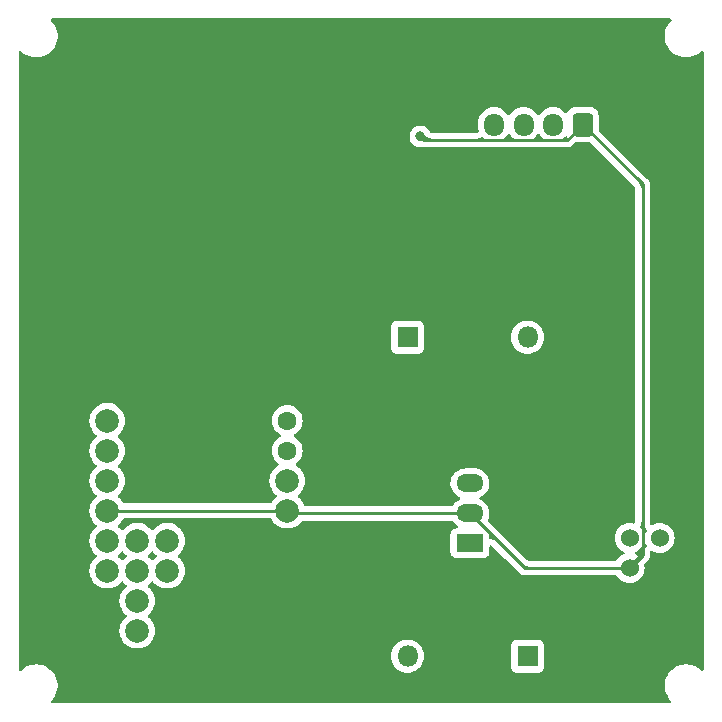
<source format=gbr>
G04 #@! TF.GenerationSoftware,KiCad,Pcbnew,7.0.7*
G04 #@! TF.CreationDate,2023-10-31T18:13:57+09:00*
G04 #@! TF.ProjectId,PCB_OnlyServo,5043425f-4f6e-46c7-9953-6572766f2e6b,rev?*
G04 #@! TF.SameCoordinates,Original*
G04 #@! TF.FileFunction,Copper,L2,Bot*
G04 #@! TF.FilePolarity,Positive*
%FSLAX46Y46*%
G04 Gerber Fmt 4.6, Leading zero omitted, Abs format (unit mm)*
G04 Created by KiCad (PCBNEW 7.0.7) date 2023-10-31 18:13:57*
%MOMM*%
%LPD*%
G01*
G04 APERTURE LIST*
G04 Aperture macros list*
%AMRoundRect*
0 Rectangle with rounded corners*
0 $1 Rounding radius*
0 $2 $3 $4 $5 $6 $7 $8 $9 X,Y pos of 4 corners*
0 Add a 4 corners polygon primitive as box body*
4,1,4,$2,$3,$4,$5,$6,$7,$8,$9,$2,$3,0*
0 Add four circle primitives for the rounded corners*
1,1,$1+$1,$2,$3*
1,1,$1+$1,$4,$5*
1,1,$1+$1,$6,$7*
1,1,$1+$1,$8,$9*
0 Add four rect primitives between the rounded corners*
20,1,$1+$1,$2,$3,$4,$5,0*
20,1,$1+$1,$4,$5,$6,$7,0*
20,1,$1+$1,$6,$7,$8,$9,0*
20,1,$1+$1,$8,$9,$2,$3,0*%
G04 Aperture macros list end*
G04 #@! TA.AperFunction,ComponentPad*
%ADD10R,2.300000X1.500000*%
G04 #@! TD*
G04 #@! TA.AperFunction,ComponentPad*
%ADD11O,2.300000X1.500000*%
G04 #@! TD*
G04 #@! TA.AperFunction,ComponentPad*
%ADD12C,1.524000*%
G04 #@! TD*
G04 #@! TA.AperFunction,ComponentPad*
%ADD13C,2.000000*%
G04 #@! TD*
G04 #@! TA.AperFunction,ComponentPad*
%ADD14C,1.600000*%
G04 #@! TD*
G04 #@! TA.AperFunction,ComponentPad*
%ADD15RoundRect,0.250000X0.600000X0.725000X-0.600000X0.725000X-0.600000X-0.725000X0.600000X-0.725000X0*%
G04 #@! TD*
G04 #@! TA.AperFunction,ComponentPad*
%ADD16O,1.700000X1.950000*%
G04 #@! TD*
G04 #@! TA.AperFunction,ComponentPad*
%ADD17R,1.800000X1.800000*%
G04 #@! TD*
G04 #@! TA.AperFunction,ComponentPad*
%ADD18O,1.800000X1.800000*%
G04 #@! TD*
G04 #@! TA.AperFunction,ViaPad*
%ADD19C,0.800000*%
G04 #@! TD*
G04 #@! TA.AperFunction,Conductor*
%ADD20C,0.250000*%
G04 #@! TD*
G04 APERTURE END LIST*
D10*
X149207500Y-95447000D03*
D11*
X149207500Y-92907000D03*
X149207500Y-90367000D03*
D12*
X165270000Y-95000000D03*
X162730000Y-95000000D03*
X162730000Y-97540000D03*
D13*
X118500000Y-85070000D03*
X118500000Y-87610000D03*
X118500000Y-90150000D03*
X118500000Y-92690000D03*
X133740000Y-92690000D03*
X133740000Y-90150000D03*
D14*
X133740000Y-87610000D03*
X133740000Y-85070000D03*
D13*
X118500000Y-95230000D03*
X121040000Y-95230000D03*
X123580000Y-95230000D03*
X118500000Y-97770000D03*
X121040000Y-97770000D03*
X123580000Y-97770000D03*
X121040000Y-100310000D03*
X121040000Y-102850000D03*
D15*
X158750000Y-60000000D03*
D16*
X156250000Y-60000000D03*
X153750000Y-60000000D03*
X151250000Y-60000000D03*
D17*
X143920000Y-78000000D03*
D18*
X154080000Y-78000000D03*
D17*
X154080000Y-105000000D03*
D18*
X143920000Y-105000000D03*
D19*
X145000000Y-61000000D03*
D20*
X133957000Y-92907000D02*
X133740000Y-92690000D01*
X163817000Y-96453000D02*
X162730000Y-97540000D01*
X162730000Y-97540000D02*
X153840500Y-97540000D01*
X145300000Y-61300000D02*
X145000000Y-61000000D01*
X153840500Y-97540000D02*
X149207500Y-92907000D01*
X133740000Y-92690000D02*
X118500000Y-92690000D01*
X149207500Y-92907000D02*
X133957000Y-92907000D01*
X163817000Y-65067000D02*
X163817000Y-96453000D01*
X158750000Y-60000000D02*
X163817000Y-65067000D01*
X157450000Y-61300000D02*
X145300000Y-61300000D01*
X158750000Y-60000000D02*
X157450000Y-61300000D01*
G04 #@! TA.AperFunction,Conductor*
G36*
X153757041Y-97282625D02*
G01*
X153770140Y-97290879D01*
X153810617Y-97320067D01*
X153941494Y-97379838D01*
X153984266Y-97392397D01*
X154008528Y-97399522D01*
X154008533Y-97399523D01*
X154008537Y-97399524D01*
X154104090Y-97413262D01*
X154167645Y-97442287D01*
X154205420Y-97501065D01*
X154205420Y-97570934D01*
X154167646Y-97629713D01*
X154104090Y-97658738D01*
X154086443Y-97660000D01*
X153866974Y-97660000D01*
X153865275Y-97660040D01*
X153855076Y-97660280D01*
X153848668Y-97660581D01*
X153780779Y-97644064D01*
X153757968Y-97627111D01*
X153726097Y-97597184D01*
X153722353Y-97593351D01*
X153706964Y-97576169D01*
X153609933Y-97479138D01*
X153576448Y-97417815D01*
X153581432Y-97348123D01*
X153623304Y-97292190D01*
X153688768Y-97267773D01*
X153757041Y-97282625D01*
G37*
G04 #@! TD.AperFunction*
G04 #@! TA.AperFunction,Conductor*
G36*
X164067865Y-95453435D02*
G01*
X164112382Y-95504811D01*
X164159971Y-95606867D01*
X164170463Y-95675944D01*
X164141943Y-95739728D01*
X164134113Y-95747622D01*
X164134291Y-95747800D01*
X164131160Y-95750930D01*
X164036933Y-95859673D01*
X164036930Y-95859677D01*
X163977164Y-95990543D01*
X163957478Y-96057584D01*
X163957476Y-96057589D01*
X163937000Y-96200010D01*
X163937000Y-96426524D01*
X163937280Y-96438424D01*
X163937581Y-96444830D01*
X163921065Y-96512719D01*
X163904110Y-96535533D01*
X163874194Y-96567390D01*
X163870364Y-96571131D01*
X163853191Y-96586513D01*
X163853189Y-96586514D01*
X163853184Y-96586520D01*
X163782441Y-96657263D01*
X163640952Y-96798751D01*
X163640949Y-96798754D01*
X163566745Y-96893111D01*
X163536314Y-96943037D01*
X163486458Y-97052210D01*
X163475869Y-97115169D01*
X163445338Y-97178015D01*
X163441268Y-97182283D01*
X163252949Y-97370602D01*
X163191626Y-97404087D01*
X163121934Y-97399103D01*
X163066001Y-97357231D01*
X163061460Y-97350743D01*
X163014189Y-97278391D01*
X163014187Y-97278388D01*
X162995629Y-97263944D01*
X162913843Y-97200287D01*
X162913840Y-97200285D01*
X162913488Y-97200012D01*
X162872675Y-97143301D01*
X162869000Y-97073529D01*
X162901969Y-97014477D01*
X163428187Y-96488258D01*
X163363409Y-96442900D01*
X163363407Y-96442899D01*
X163234219Y-96382658D01*
X163181779Y-96336486D01*
X163162627Y-96269293D01*
X163182843Y-96202411D01*
X163234219Y-96157894D01*
X163363662Y-96097534D01*
X163544620Y-95970826D01*
X163700826Y-95814620D01*
X163827534Y-95633662D01*
X163887617Y-95504811D01*
X163933790Y-95452371D01*
X164000983Y-95433219D01*
X164067865Y-95453435D01*
G37*
G04 #@! TD.AperFunction*
G04 #@! TA.AperFunction,Conductor*
G36*
X151063202Y-94593442D02*
G01*
X151069680Y-94599474D01*
X151534853Y-95064647D01*
X151568338Y-95125970D01*
X151563354Y-95195662D01*
X151521482Y-95251595D01*
X151456018Y-95276012D01*
X151387745Y-95261160D01*
X151380133Y-95256644D01*
X151273194Y-95187919D01*
X151273186Y-95187915D01*
X151273182Y-95187913D01*
X151209638Y-95158894D01*
X151209635Y-95158893D01*
X151178009Y-95149607D01*
X151071585Y-95118358D01*
X150981999Y-95118358D01*
X150914960Y-95098673D01*
X150869205Y-95045869D01*
X150857999Y-94994358D01*
X150857999Y-94687155D01*
X150877684Y-94620116D01*
X150930488Y-94574361D01*
X150999646Y-94564417D01*
X151063202Y-94593442D01*
G37*
G04 #@! TD.AperFunction*
G04 #@! TA.AperFunction,Conductor*
G36*
X163906713Y-93638327D02*
G01*
X163935738Y-93701882D01*
X163937000Y-93719530D01*
X163937000Y-93799992D01*
X163937000Y-93799995D01*
X163936999Y-93799995D01*
X163950774Y-93917188D01*
X163950776Y-93917200D01*
X163964107Y-93973131D01*
X163989168Y-94041573D01*
X164004687Y-94083958D01*
X164087205Y-94201824D01*
X164087211Y-94201831D01*
X164087214Y-94201834D01*
X164137985Y-94255942D01*
X164169503Y-94318299D01*
X164162305Y-94387797D01*
X164159942Y-94393194D01*
X164112382Y-94495188D01*
X164066210Y-94547628D01*
X163999017Y-94566780D01*
X163932136Y-94546565D01*
X163887618Y-94495189D01*
X163868723Y-94454669D01*
X163827534Y-94366339D01*
X163700826Y-94185380D01*
X163700824Y-94185377D01*
X163630901Y-94115454D01*
X163597416Y-94054131D01*
X163602400Y-93984439D01*
X163605782Y-93976272D01*
X163656838Y-93864480D01*
X163676523Y-93797441D01*
X163676524Y-93797437D01*
X163690263Y-93701882D01*
X163719287Y-93638328D01*
X163778065Y-93600553D01*
X163847934Y-93600553D01*
X163906713Y-93638327D01*
G37*
G04 #@! TD.AperFunction*
G04 #@! TA.AperFunction,Conductor*
G36*
X163714575Y-64796654D02*
G01*
X163727945Y-64808240D01*
X163883156Y-64963451D01*
X163891791Y-64971687D01*
X163896466Y-64975940D01*
X163932805Y-65035616D01*
X163936956Y-65063768D01*
X163938328Y-65107470D01*
X163938265Y-65112819D01*
X163937000Y-65135840D01*
X163937000Y-65273068D01*
X163917315Y-65340107D01*
X163864511Y-65385862D01*
X163795353Y-65395806D01*
X163731797Y-65366781D01*
X163694023Y-65308003D01*
X163690597Y-65292903D01*
X163682614Y-65243645D01*
X163682614Y-65243642D01*
X163642404Y-65135837D01*
X163632332Y-65108833D01*
X163598847Y-65047510D01*
X163594924Y-65042270D01*
X163540997Y-64970231D01*
X163516580Y-64904767D01*
X163531432Y-64836494D01*
X163580837Y-64787089D01*
X163649110Y-64772237D01*
X163714575Y-64796654D01*
G37*
G04 #@! TD.AperFunction*
G04 #@! TA.AperFunction,Conductor*
G36*
X157399978Y-60987431D02*
G01*
X157455912Y-61029302D01*
X157462183Y-61038516D01*
X157557680Y-61193340D01*
X157562161Y-61199007D01*
X157560132Y-61200610D01*
X157587824Y-61251323D01*
X157582840Y-61321015D01*
X157554363Y-61365338D01*
X157553573Y-61366128D01*
X157545345Y-61374753D01*
X157541045Y-61379478D01*
X157481365Y-61415810D01*
X157453229Y-61419957D01*
X157409533Y-61421329D01*
X157404183Y-61421266D01*
X157385285Y-61420227D01*
X157381152Y-61420000D01*
X157381148Y-61420000D01*
X157148352Y-61420000D01*
X157081313Y-61400315D01*
X157035558Y-61347511D01*
X157025614Y-61278353D01*
X157054639Y-61214797D01*
X157077229Y-61194425D01*
X157108065Y-61172833D01*
X157121401Y-61163495D01*
X157268965Y-61015930D01*
X157330287Y-60982447D01*
X157399978Y-60987431D01*
G37*
G04 #@! TD.AperFunction*
G04 #@! TA.AperFunction,Conductor*
G36*
X145054264Y-60607709D02*
G01*
X145109988Y-60619553D01*
X145134642Y-60627564D01*
X145143467Y-60631493D01*
X145186677Y-60650731D01*
X145209120Y-60663688D01*
X145244434Y-60689345D01*
X145255222Y-60697183D01*
X145274486Y-60714529D01*
X145312602Y-60756861D01*
X145327839Y-60777833D01*
X145378306Y-60865245D01*
X145378309Y-60865249D01*
X145450241Y-60961338D01*
X145459881Y-60971448D01*
X145490589Y-61003653D01*
X145583133Y-61080065D01*
X145583136Y-61080067D01*
X145714013Y-61139838D01*
X145756785Y-61152397D01*
X145781047Y-61159522D01*
X145781052Y-61159523D01*
X145781056Y-61159524D01*
X145876609Y-61173262D01*
X145940164Y-61202287D01*
X145977939Y-61261065D01*
X145977939Y-61330934D01*
X145940165Y-61389713D01*
X145876609Y-61418738D01*
X145858962Y-61420000D01*
X145326474Y-61420000D01*
X145314582Y-61420280D01*
X145310188Y-61420486D01*
X145284988Y-61419101D01*
X145237165Y-61411536D01*
X145235330Y-61410666D01*
X145198747Y-61405458D01*
X145197477Y-61405257D01*
X145193462Y-61404533D01*
X145126706Y-61389897D01*
X145124569Y-61391164D01*
X145093965Y-61395000D01*
X144971516Y-61395000D01*
X144945736Y-61392290D01*
X144923984Y-61387666D01*
X144890010Y-61380445D01*
X144865356Y-61372434D01*
X144813325Y-61349268D01*
X144790878Y-61336308D01*
X144744777Y-61302815D01*
X144725514Y-61285472D01*
X144687397Y-61243139D01*
X144672162Y-61222169D01*
X144659715Y-61200610D01*
X144643676Y-61172829D01*
X144633136Y-61149155D01*
X144615530Y-61094972D01*
X144610141Y-61069617D01*
X144609987Y-61068152D01*
X144604186Y-61012956D01*
X144604186Y-60987037D01*
X144604465Y-60984385D01*
X144610141Y-60930374D01*
X144615528Y-60905032D01*
X144633135Y-60850841D01*
X144643672Y-60827176D01*
X144672165Y-60777824D01*
X144687392Y-60756866D01*
X144725519Y-60714521D01*
X144744771Y-60697185D01*
X144790877Y-60663687D01*
X144813312Y-60650736D01*
X144865357Y-60627563D01*
X144889999Y-60619556D01*
X144945743Y-60607708D01*
X144971514Y-60605000D01*
X145028484Y-60605000D01*
X145054264Y-60607709D01*
G37*
G04 #@! TD.AperFunction*
G04 #@! TA.AperFunction,Conductor*
G36*
X150296975Y-61085041D02*
G01*
X150315155Y-61100051D01*
X150378599Y-61163495D01*
X150396779Y-61176225D01*
X150422771Y-61194425D01*
X150466396Y-61249002D01*
X150473589Y-61318500D01*
X150442067Y-61380855D01*
X150381837Y-61416269D01*
X150351648Y-61420000D01*
X149941795Y-61420000D01*
X149874756Y-61400315D01*
X149829001Y-61347511D01*
X149819057Y-61278353D01*
X149848082Y-61214797D01*
X149906860Y-61177023D01*
X149909702Y-61176225D01*
X149912227Y-61175548D01*
X149912230Y-61175548D01*
X150051208Y-61138309D01*
X150115436Y-61110805D01*
X150162938Y-61081851D01*
X150230423Y-61063767D01*
X150296975Y-61085041D01*
G37*
G04 #@! TD.AperFunction*
G04 #@! TA.AperFunction,Conductor*
G36*
X152584855Y-60820106D02*
G01*
X152601571Y-60839398D01*
X152656203Y-60917421D01*
X152711506Y-60996403D01*
X152795169Y-61080065D01*
X152878599Y-61163495D01*
X152896779Y-61176225D01*
X152922771Y-61194425D01*
X152966396Y-61249002D01*
X152973589Y-61318500D01*
X152942067Y-61380855D01*
X152881837Y-61416269D01*
X152851648Y-61420000D01*
X152148352Y-61420000D01*
X152081313Y-61400315D01*
X152035558Y-61347511D01*
X152025614Y-61278353D01*
X152054639Y-61214797D01*
X152077229Y-61194425D01*
X152108065Y-61172833D01*
X152121401Y-61163495D01*
X152288495Y-60996401D01*
X152398426Y-60839401D01*
X152453001Y-60795778D01*
X152522500Y-60788584D01*
X152584855Y-60820106D01*
G37*
G04 #@! TD.AperFunction*
G04 #@! TA.AperFunction,Conductor*
G36*
X155084855Y-60820106D02*
G01*
X155101571Y-60839398D01*
X155156203Y-60917421D01*
X155211506Y-60996403D01*
X155295169Y-61080065D01*
X155378599Y-61163495D01*
X155396779Y-61176225D01*
X155422771Y-61194425D01*
X155466396Y-61249002D01*
X155473589Y-61318500D01*
X155442067Y-61380855D01*
X155381837Y-61416269D01*
X155351648Y-61420000D01*
X154648352Y-61420000D01*
X154581313Y-61400315D01*
X154535558Y-61347511D01*
X154525614Y-61278353D01*
X154554639Y-61214797D01*
X154577229Y-61194425D01*
X154608065Y-61172833D01*
X154621401Y-61163495D01*
X154788495Y-60996401D01*
X154898426Y-60839401D01*
X154953001Y-60795778D01*
X155022500Y-60788584D01*
X155084855Y-60820106D01*
G37*
G04 #@! TD.AperFunction*
G04 #@! TA.AperFunction,NonConductor*
G36*
X166218454Y-51019685D02*
G01*
X166264209Y-51072489D01*
X166274153Y-51141647D01*
X166245128Y-51205203D01*
X166242314Y-51208341D01*
X166088365Y-51374258D01*
X165936345Y-51597231D01*
X165936344Y-51597232D01*
X165819263Y-51840355D01*
X165739720Y-52098226D01*
X165739718Y-52098232D01*
X165699500Y-52365063D01*
X165699500Y-52634936D01*
X165739718Y-52901767D01*
X165739720Y-52901773D01*
X165819262Y-53159641D01*
X165936346Y-53402769D01*
X166088365Y-53625741D01*
X166271910Y-53823557D01*
X166271914Y-53823560D01*
X166271915Y-53823561D01*
X166482898Y-53991815D01*
X166716602Y-54126743D01*
X166967805Y-54225334D01*
X167230897Y-54285383D01*
X167259715Y-54287542D01*
X167432618Y-54300500D01*
X167432624Y-54300500D01*
X167567382Y-54300500D01*
X167718671Y-54289162D01*
X167769103Y-54285383D01*
X168032195Y-54225334D01*
X168283398Y-54126743D01*
X168517102Y-53991815D01*
X168728085Y-53823561D01*
X168785101Y-53762111D01*
X168845129Y-53726357D01*
X168914958Y-53728732D01*
X168972419Y-53768482D01*
X168999267Y-53832987D01*
X169000000Y-53846453D01*
X169000000Y-106153546D01*
X168980315Y-106220585D01*
X168927511Y-106266340D01*
X168858353Y-106276284D01*
X168794797Y-106247259D01*
X168785102Y-106237887D01*
X168728094Y-106176447D01*
X168728091Y-106176444D01*
X168728085Y-106176439D01*
X168517102Y-106008185D01*
X168283398Y-105873257D01*
X168283396Y-105873256D01*
X168032195Y-105774666D01*
X168032188Y-105774664D01*
X167769101Y-105714616D01*
X167567382Y-105699500D01*
X167567376Y-105699500D01*
X167432624Y-105699500D01*
X167432618Y-105699500D01*
X167230898Y-105714616D01*
X166967811Y-105774664D01*
X166967804Y-105774666D01*
X166716603Y-105873256D01*
X166716599Y-105873258D01*
X166482898Y-106008185D01*
X166271910Y-106176442D01*
X166088365Y-106374258D01*
X165936345Y-106597231D01*
X165936344Y-106597232D01*
X165819263Y-106840355D01*
X165739720Y-107098226D01*
X165739718Y-107098232D01*
X165699500Y-107365063D01*
X165699500Y-107634936D01*
X165739718Y-107901767D01*
X165739720Y-107901773D01*
X165819262Y-108159641D01*
X165936346Y-108402769D01*
X166088365Y-108625741D01*
X166242314Y-108791659D01*
X166273482Y-108854191D01*
X166265895Y-108923648D01*
X166221961Y-108977976D01*
X166155630Y-108999928D01*
X166151415Y-109000000D01*
X113848585Y-109000000D01*
X113781546Y-108980315D01*
X113735791Y-108927511D01*
X113725847Y-108858353D01*
X113754872Y-108794797D01*
X113757686Y-108791659D01*
X113792458Y-108754182D01*
X113911635Y-108625741D01*
X114063651Y-108402775D01*
X114180738Y-108159641D01*
X114260280Y-107901772D01*
X114300500Y-107634929D01*
X114300500Y-107365071D01*
X114260280Y-107098228D01*
X114180738Y-106840359D01*
X114063651Y-106597226D01*
X113911635Y-106374259D01*
X113900536Y-106362297D01*
X113728089Y-106176442D01*
X113685311Y-106142328D01*
X113517102Y-106008185D01*
X113283398Y-105873257D01*
X113283396Y-105873256D01*
X113032195Y-105774666D01*
X113032188Y-105774664D01*
X112769101Y-105714616D01*
X112567382Y-105699500D01*
X112567376Y-105699500D01*
X112432624Y-105699500D01*
X112432618Y-105699500D01*
X112230898Y-105714616D01*
X111967811Y-105774664D01*
X111967804Y-105774666D01*
X111716603Y-105873256D01*
X111716599Y-105873258D01*
X111482898Y-106008185D01*
X111271908Y-106176444D01*
X111271905Y-106176447D01*
X111214898Y-106237887D01*
X111154870Y-106273642D01*
X111085041Y-106271267D01*
X111027581Y-106231516D01*
X111000733Y-106167011D01*
X111000000Y-106153546D01*
X111000000Y-105000006D01*
X142514700Y-105000006D01*
X142533864Y-105231297D01*
X142533866Y-105231308D01*
X142590842Y-105456300D01*
X142684075Y-105668848D01*
X142811016Y-105863147D01*
X142811019Y-105863151D01*
X142811021Y-105863153D01*
X142968216Y-106033913D01*
X142968219Y-106033915D01*
X142968222Y-106033918D01*
X143151365Y-106176464D01*
X143151371Y-106176468D01*
X143151374Y-106176470D01*
X143355497Y-106286936D01*
X143469487Y-106326068D01*
X143575015Y-106362297D01*
X143575017Y-106362297D01*
X143575019Y-106362298D01*
X143803951Y-106400500D01*
X143803952Y-106400500D01*
X144036048Y-106400500D01*
X144036049Y-106400500D01*
X144264981Y-106362298D01*
X144484503Y-106286936D01*
X144688626Y-106176470D01*
X144688660Y-106176444D01*
X144750129Y-106128600D01*
X144871784Y-106033913D01*
X144950992Y-105947870D01*
X152679500Y-105947870D01*
X152679501Y-105947876D01*
X152685908Y-106007483D01*
X152736202Y-106142328D01*
X152736206Y-106142335D01*
X152822452Y-106257544D01*
X152822455Y-106257547D01*
X152937664Y-106343793D01*
X152937671Y-106343797D01*
X153072517Y-106394091D01*
X153072516Y-106394091D01*
X153079444Y-106394835D01*
X153132127Y-106400500D01*
X155027872Y-106400499D01*
X155087483Y-106394091D01*
X155222331Y-106343796D01*
X155337546Y-106257546D01*
X155423796Y-106142331D01*
X155474091Y-106007483D01*
X155480500Y-105947873D01*
X155480499Y-104052128D01*
X155474091Y-103992517D01*
X155464233Y-103966087D01*
X155423797Y-103857671D01*
X155423793Y-103857664D01*
X155337547Y-103742455D01*
X155337544Y-103742452D01*
X155222335Y-103656206D01*
X155222328Y-103656202D01*
X155087482Y-103605908D01*
X155087483Y-103605908D01*
X155027883Y-103599501D01*
X155027881Y-103599500D01*
X155027873Y-103599500D01*
X155027864Y-103599500D01*
X153132129Y-103599500D01*
X153132123Y-103599501D01*
X153072516Y-103605908D01*
X152937671Y-103656202D01*
X152937664Y-103656206D01*
X152822455Y-103742452D01*
X152822452Y-103742455D01*
X152736206Y-103857664D01*
X152736202Y-103857671D01*
X152685908Y-103992517D01*
X152679501Y-104052116D01*
X152679501Y-104052123D01*
X152679500Y-104052135D01*
X152679500Y-105947870D01*
X144950992Y-105947870D01*
X145028979Y-105863153D01*
X145155924Y-105668849D01*
X145249157Y-105456300D01*
X145306134Y-105231305D01*
X145325300Y-105000000D01*
X145325300Y-104999993D01*
X145306135Y-104768702D01*
X145306133Y-104768691D01*
X145249157Y-104543699D01*
X145155924Y-104331151D01*
X145028983Y-104136852D01*
X145028980Y-104136849D01*
X145028979Y-104136847D01*
X144871784Y-103966087D01*
X144871779Y-103966083D01*
X144871777Y-103966081D01*
X144688634Y-103823535D01*
X144688628Y-103823531D01*
X144484504Y-103713064D01*
X144484495Y-103713061D01*
X144264984Y-103637702D01*
X144074450Y-103605908D01*
X144036049Y-103599500D01*
X143803951Y-103599500D01*
X143765550Y-103605908D01*
X143575015Y-103637702D01*
X143355504Y-103713061D01*
X143355495Y-103713064D01*
X143151371Y-103823531D01*
X143151365Y-103823535D01*
X142968222Y-103966081D01*
X142968219Y-103966084D01*
X142968216Y-103966086D01*
X142968216Y-103966087D01*
X142943886Y-103992517D01*
X142811016Y-104136852D01*
X142684075Y-104331151D01*
X142590842Y-104543699D01*
X142533866Y-104768691D01*
X142533864Y-104768702D01*
X142514700Y-104999993D01*
X142514700Y-105000006D01*
X111000000Y-105000006D01*
X111000000Y-97770005D01*
X116994357Y-97770005D01*
X117014890Y-98017812D01*
X117014892Y-98017824D01*
X117075936Y-98258881D01*
X117175826Y-98486606D01*
X117311833Y-98694782D01*
X117311836Y-98694785D01*
X117480256Y-98877738D01*
X117676491Y-99030474D01*
X117895190Y-99148828D01*
X118130386Y-99229571D01*
X118375665Y-99270500D01*
X118624335Y-99270500D01*
X118869614Y-99229571D01*
X119104810Y-99148828D01*
X119323509Y-99030474D01*
X119519744Y-98877738D01*
X119678771Y-98704988D01*
X119738657Y-98668999D01*
X119808495Y-98671099D01*
X119861228Y-98704988D01*
X120020256Y-98877738D01*
X120103008Y-98942147D01*
X120143821Y-98998857D01*
X120147496Y-99068630D01*
X120112864Y-99129313D01*
X120103014Y-99137848D01*
X120044400Y-99183469D01*
X120020257Y-99202261D01*
X119851833Y-99385217D01*
X119715826Y-99593393D01*
X119615936Y-99821118D01*
X119554892Y-100062175D01*
X119554890Y-100062187D01*
X119534357Y-100309994D01*
X119534357Y-100310005D01*
X119554890Y-100557812D01*
X119554892Y-100557824D01*
X119615936Y-100798881D01*
X119715826Y-101026606D01*
X119851833Y-101234782D01*
X119851836Y-101234785D01*
X120020256Y-101417738D01*
X120103010Y-101482148D01*
X120143821Y-101538855D01*
X120147496Y-101608628D01*
X120112865Y-101669311D01*
X120103009Y-101677852D01*
X120020258Y-101742260D01*
X119851833Y-101925217D01*
X119715826Y-102133393D01*
X119615936Y-102361118D01*
X119554892Y-102602175D01*
X119554890Y-102602187D01*
X119534357Y-102849994D01*
X119534357Y-102850005D01*
X119554890Y-103097812D01*
X119554892Y-103097824D01*
X119615936Y-103338881D01*
X119715826Y-103566606D01*
X119851833Y-103774782D01*
X119851836Y-103774785D01*
X120020256Y-103957738D01*
X120216491Y-104110474D01*
X120435190Y-104228828D01*
X120670386Y-104309571D01*
X120915665Y-104350500D01*
X121164335Y-104350500D01*
X121409614Y-104309571D01*
X121644810Y-104228828D01*
X121863509Y-104110474D01*
X122059744Y-103957738D01*
X122228164Y-103774785D01*
X122364173Y-103566607D01*
X122464063Y-103338881D01*
X122525108Y-103097821D01*
X122545643Y-102850000D01*
X122525108Y-102602179D01*
X122464063Y-102361119D01*
X122364173Y-102133393D01*
X122364172Y-102133393D01*
X122228166Y-101925217D01*
X122206557Y-101901744D01*
X122059744Y-101742262D01*
X121976991Y-101677852D01*
X121936179Y-101621143D01*
X121932504Y-101551370D01*
X121967136Y-101490687D01*
X121976985Y-101482151D01*
X122059744Y-101417738D01*
X122228164Y-101234785D01*
X122364173Y-101026607D01*
X122464063Y-100798881D01*
X122525108Y-100557821D01*
X122545643Y-100310000D01*
X122525108Y-100062179D01*
X122464063Y-99821119D01*
X122364173Y-99593393D01*
X122364172Y-99593392D01*
X122228166Y-99385217D01*
X122122561Y-99270500D01*
X122059744Y-99202262D01*
X121976991Y-99137852D01*
X121936179Y-99081143D01*
X121932504Y-99011370D01*
X121967136Y-98950687D01*
X121976985Y-98942151D01*
X122059744Y-98877738D01*
X122218771Y-98704988D01*
X122278657Y-98668999D01*
X122348495Y-98671099D01*
X122401228Y-98704988D01*
X122560256Y-98877738D01*
X122756491Y-99030474D01*
X122975190Y-99148828D01*
X123210386Y-99229571D01*
X123455665Y-99270500D01*
X123704335Y-99270500D01*
X123949614Y-99229571D01*
X124184810Y-99148828D01*
X124403509Y-99030474D01*
X124599744Y-98877738D01*
X124768164Y-98694785D01*
X124904173Y-98486607D01*
X125004063Y-98258881D01*
X125065108Y-98017821D01*
X125065109Y-98017812D01*
X125085643Y-97770005D01*
X125085643Y-97769994D01*
X125065109Y-97522187D01*
X125065107Y-97522175D01*
X125004063Y-97281118D01*
X124904173Y-97053393D01*
X124768166Y-96845217D01*
X124724215Y-96797474D01*
X124599744Y-96662262D01*
X124516991Y-96597852D01*
X124476179Y-96541143D01*
X124472504Y-96471370D01*
X124507136Y-96410687D01*
X124516985Y-96402151D01*
X124599744Y-96337738D01*
X124768164Y-96154785D01*
X124904173Y-95946607D01*
X125004063Y-95718881D01*
X125065108Y-95477821D01*
X125085643Y-95230000D01*
X125084820Y-95220070D01*
X125065109Y-94982187D01*
X125065107Y-94982175D01*
X125004063Y-94741118D01*
X124904173Y-94513393D01*
X124768166Y-94305217D01*
X124720286Y-94253206D01*
X124599744Y-94122262D01*
X124403509Y-93969526D01*
X124403507Y-93969525D01*
X124403506Y-93969524D01*
X124184811Y-93851172D01*
X124184802Y-93851169D01*
X123949616Y-93770429D01*
X123704335Y-93729500D01*
X123455665Y-93729500D01*
X123210383Y-93770429D01*
X122975197Y-93851169D01*
X122975188Y-93851172D01*
X122756493Y-93969524D01*
X122560257Y-94122261D01*
X122401230Y-94295010D01*
X122341342Y-94331001D01*
X122271504Y-94328900D01*
X122218770Y-94295010D01*
X122179108Y-94251926D01*
X122059744Y-94122262D01*
X121863509Y-93969526D01*
X121863507Y-93969525D01*
X121863506Y-93969524D01*
X121644811Y-93851172D01*
X121644802Y-93851169D01*
X121409616Y-93770429D01*
X121164335Y-93729500D01*
X120915665Y-93729500D01*
X120670383Y-93770429D01*
X120435197Y-93851169D01*
X120435188Y-93851172D01*
X120216493Y-93969524D01*
X120020257Y-94122261D01*
X119861230Y-94295010D01*
X119801342Y-94331001D01*
X119731504Y-94328900D01*
X119678770Y-94295010D01*
X119639108Y-94251926D01*
X119519744Y-94122262D01*
X119436991Y-94057852D01*
X119396179Y-94001143D01*
X119392504Y-93931370D01*
X119427136Y-93870687D01*
X119436985Y-93862151D01*
X119519744Y-93797738D01*
X119688164Y-93614785D01*
X119824173Y-93406607D01*
X119824175Y-93406603D01*
X119831595Y-93389689D01*
X119876551Y-93336203D01*
X119943287Y-93315514D01*
X119945150Y-93315500D01*
X132294850Y-93315500D01*
X132361889Y-93335185D01*
X132407644Y-93387989D01*
X132408405Y-93389689D01*
X132415824Y-93406603D01*
X132551833Y-93614782D01*
X132551836Y-93614785D01*
X132720256Y-93797738D01*
X132916491Y-93950474D01*
X133135190Y-94068828D01*
X133370386Y-94149571D01*
X133615665Y-94190500D01*
X133864335Y-94190500D01*
X134109614Y-94149571D01*
X134344810Y-94068828D01*
X134563509Y-93950474D01*
X134759744Y-93797738D01*
X134928164Y-93614785D01*
X134945219Y-93588679D01*
X134998366Y-93543322D01*
X135049029Y-93532500D01*
X147649948Y-93532500D01*
X147716987Y-93552185D01*
X147756042Y-93594390D01*
X147756581Y-93594035D01*
X147758737Y-93597301D01*
X147759140Y-93597737D01*
X147759647Y-93598680D01*
X147899989Y-93774663D01*
X147899991Y-93774664D01*
X147899992Y-93774666D01*
X148069504Y-93922765D01*
X148141957Y-93966053D01*
X148189410Y-94017334D01*
X148201605Y-94086132D01*
X148174670Y-94150601D01*
X148117157Y-94190273D01*
X148078359Y-94196500D01*
X148009630Y-94196500D01*
X148009623Y-94196501D01*
X147950016Y-94202908D01*
X147815171Y-94253202D01*
X147815164Y-94253206D01*
X147699955Y-94339452D01*
X147699952Y-94339455D01*
X147613706Y-94454664D01*
X147613702Y-94454671D01*
X147563408Y-94589517D01*
X147557001Y-94649116D01*
X147557000Y-94649135D01*
X147557000Y-96244870D01*
X147557001Y-96244876D01*
X147563408Y-96304483D01*
X147613702Y-96439328D01*
X147613706Y-96439335D01*
X147699952Y-96554544D01*
X147699955Y-96554547D01*
X147815164Y-96640793D01*
X147815171Y-96640797D01*
X147950017Y-96691091D01*
X147950016Y-96691091D01*
X147956944Y-96691835D01*
X148009627Y-96697500D01*
X150405372Y-96697499D01*
X150464983Y-96691091D01*
X150599831Y-96640796D01*
X150715046Y-96554546D01*
X150801296Y-96439331D01*
X150851591Y-96304483D01*
X150858000Y-96244873D01*
X150857999Y-95741449D01*
X150877683Y-95674412D01*
X150930487Y-95628657D01*
X150999646Y-95618713D01*
X151063202Y-95647738D01*
X151069678Y-95653768D01*
X152205664Y-96789755D01*
X153339697Y-97923788D01*
X153349522Y-97936051D01*
X153349743Y-97935869D01*
X153354714Y-97941878D01*
X153380717Y-97966295D01*
X153405135Y-97989226D01*
X153426029Y-98010120D01*
X153431511Y-98014373D01*
X153435943Y-98018157D01*
X153469918Y-98050062D01*
X153487476Y-98059714D01*
X153503735Y-98070395D01*
X153519564Y-98082673D01*
X153562338Y-98101182D01*
X153567556Y-98103738D01*
X153608408Y-98126197D01*
X153627816Y-98131180D01*
X153646217Y-98137480D01*
X153664604Y-98145437D01*
X153707988Y-98152308D01*
X153710619Y-98152725D01*
X153716339Y-98153909D01*
X153761481Y-98165500D01*
X153781516Y-98165500D01*
X153800914Y-98167026D01*
X153820694Y-98170159D01*
X153820695Y-98170160D01*
X153820695Y-98170159D01*
X153820696Y-98170160D01*
X153867083Y-98165775D01*
X153872922Y-98165500D01*
X161562200Y-98165500D01*
X161629239Y-98185185D01*
X161663775Y-98218376D01*
X161759174Y-98354620D01*
X161759175Y-98354621D01*
X161915378Y-98510824D01*
X161915384Y-98510829D01*
X162096333Y-98637531D01*
X162096335Y-98637532D01*
X162096338Y-98637534D01*
X162296550Y-98730894D01*
X162509932Y-98788070D01*
X162667123Y-98801822D01*
X162729998Y-98807323D01*
X162730000Y-98807323D01*
X162730002Y-98807323D01*
X162785016Y-98802509D01*
X162950068Y-98788070D01*
X163163450Y-98730894D01*
X163363662Y-98637534D01*
X163544620Y-98510826D01*
X163700826Y-98354620D01*
X163827534Y-98173662D01*
X163920894Y-97973450D01*
X163978070Y-97760068D01*
X163997323Y-97540000D01*
X163978070Y-97319932D01*
X163966292Y-97275976D01*
X163967955Y-97206128D01*
X163998384Y-97156205D01*
X164200788Y-96953801D01*
X164213042Y-96943986D01*
X164212859Y-96943764D01*
X164218866Y-96938792D01*
X164218877Y-96938786D01*
X164250371Y-96905248D01*
X164266227Y-96888364D01*
X164276671Y-96877918D01*
X164287120Y-96867471D01*
X164291379Y-96861978D01*
X164295152Y-96857561D01*
X164327062Y-96823582D01*
X164336713Y-96806024D01*
X164347396Y-96789761D01*
X164359673Y-96773936D01*
X164378185Y-96731153D01*
X164380738Y-96725941D01*
X164403197Y-96685092D01*
X164408180Y-96665680D01*
X164414481Y-96647280D01*
X164422437Y-96628896D01*
X164429729Y-96582852D01*
X164430906Y-96577171D01*
X164442500Y-96532019D01*
X164442500Y-96511983D01*
X164444027Y-96492582D01*
X164444361Y-96490474D01*
X164447160Y-96472804D01*
X164442775Y-96426415D01*
X164442500Y-96420577D01*
X164442500Y-96200009D01*
X164462185Y-96132970D01*
X164514989Y-96087215D01*
X164584147Y-96077271D01*
X164631061Y-96095837D01*
X164631646Y-96094825D01*
X164636334Y-96097531D01*
X164636338Y-96097534D01*
X164836550Y-96190894D01*
X165049932Y-96248070D01*
X165207123Y-96261822D01*
X165269998Y-96267323D01*
X165270000Y-96267323D01*
X165270002Y-96267323D01*
X165325017Y-96262509D01*
X165490068Y-96248070D01*
X165703450Y-96190894D01*
X165903662Y-96097534D01*
X166084620Y-95970826D01*
X166240826Y-95814620D01*
X166367534Y-95633662D01*
X166460894Y-95433450D01*
X166518070Y-95220068D01*
X166537323Y-95000000D01*
X166518070Y-94779932D01*
X166460894Y-94566550D01*
X166367534Y-94366339D01*
X166248613Y-94196501D01*
X166240827Y-94185381D01*
X166172753Y-94117307D01*
X166084620Y-94029174D01*
X166084616Y-94029171D01*
X166084615Y-94029170D01*
X165903666Y-93902468D01*
X165903662Y-93902466D01*
X165817195Y-93862146D01*
X165703450Y-93809106D01*
X165703447Y-93809105D01*
X165703445Y-93809104D01*
X165490070Y-93751930D01*
X165490062Y-93751929D01*
X165270002Y-93732677D01*
X165269998Y-93732677D01*
X165049937Y-93751929D01*
X165049929Y-93751930D01*
X164836554Y-93809104D01*
X164836548Y-93809107D01*
X164636340Y-93902465D01*
X164631653Y-93905172D01*
X164630884Y-93903841D01*
X164571408Y-93923895D01*
X164503642Y-93906879D01*
X164455833Y-93855928D01*
X164442500Y-93799992D01*
X164442500Y-65149738D01*
X164444224Y-65134124D01*
X164443938Y-65134097D01*
X164444672Y-65126334D01*
X164442500Y-65057203D01*
X164442500Y-65027651D01*
X164442500Y-65027650D01*
X164441629Y-65020759D01*
X164441172Y-65014945D01*
X164439709Y-64968372D01*
X164434122Y-64949144D01*
X164430174Y-64930084D01*
X164427664Y-64910208D01*
X164410507Y-64866875D01*
X164408619Y-64861359D01*
X164395619Y-64816612D01*
X164385418Y-64799363D01*
X164376860Y-64781894D01*
X164369486Y-64763268D01*
X164369483Y-64763264D01*
X164369483Y-64763263D01*
X164342098Y-64725571D01*
X164338890Y-64720687D01*
X164315172Y-64680582D01*
X164315163Y-64680571D01*
X164301005Y-64666413D01*
X164288370Y-64651620D01*
X164276593Y-64635412D01*
X164240693Y-64605713D01*
X164236381Y-64601790D01*
X161166805Y-61532214D01*
X160136818Y-60502226D01*
X160103333Y-60440903D01*
X160100499Y-60414545D01*
X160100499Y-59224998D01*
X160100498Y-59224981D01*
X160089999Y-59122203D01*
X160089998Y-59122200D01*
X160050697Y-59003599D01*
X160034814Y-58955666D01*
X159942712Y-58806344D01*
X159818656Y-58682288D01*
X159725888Y-58625068D01*
X159669336Y-58590187D01*
X159669331Y-58590185D01*
X159667862Y-58589698D01*
X159502797Y-58535001D01*
X159502795Y-58535000D01*
X159400010Y-58524500D01*
X158099998Y-58524500D01*
X158099981Y-58524501D01*
X157997203Y-58535000D01*
X157997200Y-58535001D01*
X157830668Y-58590185D01*
X157830663Y-58590187D01*
X157681342Y-58682289D01*
X157557289Y-58806342D01*
X157461821Y-58961121D01*
X157409873Y-59007845D01*
X157340910Y-59019068D01*
X157276828Y-58991224D01*
X157268601Y-58983705D01*
X157121402Y-58836506D01*
X157121395Y-58836501D01*
X156927834Y-58700967D01*
X156927830Y-58700965D01*
X156887777Y-58682288D01*
X156713663Y-58601097D01*
X156713659Y-58601096D01*
X156713655Y-58601094D01*
X156485413Y-58539938D01*
X156485403Y-58539936D01*
X156250001Y-58519341D01*
X156249999Y-58519341D01*
X156014596Y-58539936D01*
X156014586Y-58539938D01*
X155786344Y-58601094D01*
X155786335Y-58601098D01*
X155572171Y-58700964D01*
X155572169Y-58700965D01*
X155378597Y-58836505D01*
X155211505Y-59003597D01*
X155101575Y-59160595D01*
X155046998Y-59204220D01*
X154977500Y-59211414D01*
X154915145Y-59179891D01*
X154898425Y-59160595D01*
X154788494Y-59003597D01*
X154621402Y-58836506D01*
X154621395Y-58836501D01*
X154427834Y-58700967D01*
X154427830Y-58700965D01*
X154387777Y-58682288D01*
X154213663Y-58601097D01*
X154213659Y-58601096D01*
X154213655Y-58601094D01*
X153985413Y-58539938D01*
X153985403Y-58539936D01*
X153750001Y-58519341D01*
X153749999Y-58519341D01*
X153514596Y-58539936D01*
X153514586Y-58539938D01*
X153286344Y-58601094D01*
X153286335Y-58601098D01*
X153072171Y-58700964D01*
X153072169Y-58700965D01*
X152878597Y-58836505D01*
X152711505Y-59003597D01*
X152601575Y-59160595D01*
X152546998Y-59204220D01*
X152477500Y-59211414D01*
X152415145Y-59179891D01*
X152398425Y-59160595D01*
X152288494Y-59003597D01*
X152121402Y-58836506D01*
X152121395Y-58836501D01*
X151927834Y-58700967D01*
X151927830Y-58700965D01*
X151887777Y-58682288D01*
X151713663Y-58601097D01*
X151713659Y-58601096D01*
X151713655Y-58601094D01*
X151485413Y-58539938D01*
X151485403Y-58539936D01*
X151250001Y-58519341D01*
X151249999Y-58519341D01*
X151014596Y-58539936D01*
X151014586Y-58539938D01*
X150786344Y-58601094D01*
X150786335Y-58601098D01*
X150572171Y-58700964D01*
X150572169Y-58700965D01*
X150378597Y-58836505D01*
X150211505Y-59003597D01*
X150075965Y-59197169D01*
X150075964Y-59197171D01*
X149976098Y-59411335D01*
X149976094Y-59411344D01*
X149914938Y-59639586D01*
X149914936Y-59639596D01*
X149899500Y-59816034D01*
X149899500Y-60183966D01*
X149914936Y-60360403D01*
X149914938Y-60360413D01*
X149957272Y-60518407D01*
X149955609Y-60588257D01*
X149916446Y-60646119D01*
X149852218Y-60673623D01*
X149837497Y-60674500D01*
X145923472Y-60674500D01*
X145856433Y-60654815D01*
X145816085Y-60612500D01*
X145732534Y-60467785D01*
X145605870Y-60327111D01*
X145452734Y-60215851D01*
X145452729Y-60215848D01*
X145279807Y-60138857D01*
X145279802Y-60138855D01*
X145134000Y-60107865D01*
X145094646Y-60099500D01*
X144905354Y-60099500D01*
X144872897Y-60106398D01*
X144720197Y-60138855D01*
X144720192Y-60138857D01*
X144547270Y-60215848D01*
X144547265Y-60215851D01*
X144394129Y-60327111D01*
X144267466Y-60467785D01*
X144172821Y-60631715D01*
X144172818Y-60631722D01*
X144114327Y-60811740D01*
X144114326Y-60811744D01*
X144094540Y-61000000D01*
X144114326Y-61188256D01*
X144114327Y-61188259D01*
X144172818Y-61368277D01*
X144172821Y-61368284D01*
X144267467Y-61532216D01*
X144394129Y-61672888D01*
X144547265Y-61784148D01*
X144547270Y-61784151D01*
X144720192Y-61861142D01*
X144720197Y-61861144D01*
X144905354Y-61900500D01*
X144905355Y-61900500D01*
X145089460Y-61900500D01*
X145116377Y-61904331D01*
X145116396Y-61904217D01*
X145123673Y-61905369D01*
X145124057Y-61905424D01*
X145124099Y-61905435D01*
X145124104Y-61905438D01*
X145170157Y-61912732D01*
X145175826Y-61913906D01*
X145220981Y-61925500D01*
X145241016Y-61925500D01*
X145260413Y-61927026D01*
X145280196Y-61930160D01*
X145326583Y-61925775D01*
X145332422Y-61925500D01*
X157367257Y-61925500D01*
X157382877Y-61927224D01*
X157382904Y-61926939D01*
X157390660Y-61927671D01*
X157390667Y-61927673D01*
X157459814Y-61925500D01*
X157489350Y-61925500D01*
X157496228Y-61924630D01*
X157502041Y-61924172D01*
X157548627Y-61922709D01*
X157567869Y-61917117D01*
X157586912Y-61913174D01*
X157606792Y-61910664D01*
X157650122Y-61893507D01*
X157655646Y-61891617D01*
X157659396Y-61890527D01*
X157700390Y-61878618D01*
X157717629Y-61868422D01*
X157735103Y-61859862D01*
X157753727Y-61852488D01*
X157753727Y-61852487D01*
X157753732Y-61852486D01*
X157791449Y-61825082D01*
X157796305Y-61821892D01*
X157836420Y-61798170D01*
X157850589Y-61783999D01*
X157865379Y-61771368D01*
X157881587Y-61759594D01*
X157911299Y-61723676D01*
X157915212Y-61719376D01*
X158122771Y-61511818D01*
X158184094Y-61478333D01*
X158210452Y-61475499D01*
X159289546Y-61475499D01*
X159356585Y-61495184D01*
X159377227Y-61511818D01*
X163155181Y-65289771D01*
X163188666Y-65351094D01*
X163191500Y-65377452D01*
X163191500Y-93655021D01*
X163171815Y-93722060D01*
X163119011Y-93767815D01*
X163049853Y-93777759D01*
X163035407Y-93774796D01*
X162950073Y-93751931D01*
X162950069Y-93751930D01*
X162950068Y-93751930D01*
X162950067Y-93751929D01*
X162950062Y-93751929D01*
X162730002Y-93732677D01*
X162729998Y-93732677D01*
X162509937Y-93751929D01*
X162509929Y-93751930D01*
X162296554Y-93809104D01*
X162296548Y-93809107D01*
X162096340Y-93902465D01*
X162096338Y-93902466D01*
X161915377Y-94029175D01*
X161759175Y-94185377D01*
X161632466Y-94366338D01*
X161632465Y-94366340D01*
X161539107Y-94566548D01*
X161539104Y-94566554D01*
X161481930Y-94779929D01*
X161481929Y-94779937D01*
X161462677Y-94999997D01*
X161462677Y-95000002D01*
X161481929Y-95220062D01*
X161481930Y-95220070D01*
X161539104Y-95433445D01*
X161539105Y-95433447D01*
X161539106Y-95433450D01*
X161559798Y-95477824D01*
X161632466Y-95633662D01*
X161632468Y-95633666D01*
X161759170Y-95814615D01*
X161759175Y-95814621D01*
X161915378Y-95970824D01*
X161915384Y-95970829D01*
X162096333Y-96097531D01*
X162096335Y-96097532D01*
X162096338Y-96097534D01*
X162168319Y-96131099D01*
X162225189Y-96157618D01*
X162277628Y-96203790D01*
X162296780Y-96270984D01*
X162276564Y-96337865D01*
X162225189Y-96382382D01*
X162096340Y-96442465D01*
X162096338Y-96442466D01*
X161915377Y-96569175D01*
X161759175Y-96725377D01*
X161663776Y-96861623D01*
X161609199Y-96905248D01*
X161562201Y-96914500D01*
X154150953Y-96914500D01*
X154083914Y-96894815D01*
X154063272Y-96878181D01*
X150764627Y-93579536D01*
X150731142Y-93518213D01*
X150736126Y-93448521D01*
X150738266Y-93443170D01*
X150801603Y-93294988D01*
X150851691Y-93075537D01*
X150861790Y-92850670D01*
X150831575Y-92627613D01*
X150762017Y-92413536D01*
X150655352Y-92215319D01*
X150582667Y-92124175D01*
X150515010Y-92039336D01*
X150515008Y-92039334D01*
X150345496Y-91891235D01*
X150152267Y-91775787D01*
X150152268Y-91775787D01*
X150152266Y-91775786D01*
X150152264Y-91775785D01*
X150093396Y-91753691D01*
X150037550Y-91711706D01*
X150013267Y-91646191D01*
X150028259Y-91577949D01*
X150077765Y-91528645D01*
X150083110Y-91525907D01*
X150251473Y-91444829D01*
X150433578Y-91312522D01*
X150589132Y-91149825D01*
X150713135Y-90961968D01*
X150753895Y-90866607D01*
X150801600Y-90754995D01*
X150801599Y-90754995D01*
X150801603Y-90754988D01*
X150851691Y-90535537D01*
X150861790Y-90310670D01*
X150831575Y-90087613D01*
X150762017Y-89873536D01*
X150655352Y-89675319D01*
X150515008Y-89499334D01*
X150345496Y-89351235D01*
X150152264Y-89235785D01*
X150034275Y-89191503D01*
X149941523Y-89156692D01*
X149720050Y-89116500D01*
X149720047Y-89116500D01*
X148751345Y-89116500D01*
X148712899Y-89119960D01*
X148583313Y-89131622D01*
X148583307Y-89131623D01*
X148366339Y-89191503D01*
X148366326Y-89191508D01*
X148163533Y-89289167D01*
X148163525Y-89289171D01*
X147981427Y-89421473D01*
X147981425Y-89421474D01*
X147825866Y-89584176D01*
X147701863Y-89772033D01*
X147613399Y-89979004D01*
X147613395Y-89979017D01*
X147563310Y-90198457D01*
X147563308Y-90198468D01*
X147554355Y-90397824D01*
X147553210Y-90423330D01*
X147583425Y-90646387D01*
X147583426Y-90646390D01*
X147652983Y-90860465D01*
X147759646Y-91058678D01*
X147759648Y-91058681D01*
X147899989Y-91234663D01*
X147899991Y-91234664D01*
X147899992Y-91234666D01*
X148069504Y-91382765D01*
X148262736Y-91498215D01*
X148321602Y-91520307D01*
X148377449Y-91562292D01*
X148401732Y-91627806D01*
X148386741Y-91696049D01*
X148337235Y-91745353D01*
X148331831Y-91748120D01*
X148163533Y-91829167D01*
X148163525Y-91829171D01*
X147981427Y-91961473D01*
X147981425Y-91961474D01*
X147825867Y-92124176D01*
X147758779Y-92225811D01*
X147705419Y-92270916D01*
X147655292Y-92281500D01*
X135280192Y-92281500D01*
X135213153Y-92261815D01*
X135167398Y-92209011D01*
X135166123Y-92205816D01*
X135164062Y-92201118D01*
X135064173Y-91973393D01*
X135056385Y-91961473D01*
X134928166Y-91765217D01*
X134897134Y-91731507D01*
X134759744Y-91582262D01*
X134676991Y-91517852D01*
X134636179Y-91461143D01*
X134632504Y-91391370D01*
X134667136Y-91330687D01*
X134676985Y-91322151D01*
X134759744Y-91257738D01*
X134928164Y-91074785D01*
X135064173Y-90866607D01*
X135164063Y-90638881D01*
X135225108Y-90397821D01*
X135225109Y-90397812D01*
X135245643Y-90150005D01*
X135245643Y-90149994D01*
X135225109Y-89902187D01*
X135225107Y-89902175D01*
X135164063Y-89661118D01*
X135064173Y-89433393D01*
X134928166Y-89225217D01*
X134906557Y-89201744D01*
X134759744Y-89042262D01*
X134563509Y-88889526D01*
X134563508Y-88889525D01*
X134563505Y-88889523D01*
X134563503Y-88889522D01*
X134523690Y-88867976D01*
X134474100Y-88818756D01*
X134458993Y-88750539D01*
X134483164Y-88684984D01*
X134511583Y-88657349D01*
X134579139Y-88610047D01*
X134740047Y-88449139D01*
X134870568Y-88262734D01*
X134966739Y-88056496D01*
X135025635Y-87836692D01*
X135045468Y-87610000D01*
X135045467Y-87609994D01*
X135025635Y-87383313D01*
X135025635Y-87383308D01*
X134966739Y-87163504D01*
X134870568Y-86957266D01*
X134740047Y-86770861D01*
X134740045Y-86770858D01*
X134579141Y-86609954D01*
X134392734Y-86479432D01*
X134392728Y-86479429D01*
X134334725Y-86452382D01*
X134282285Y-86406210D01*
X134263133Y-86339017D01*
X134283348Y-86272135D01*
X134334725Y-86227618D01*
X134392734Y-86200568D01*
X134579139Y-86070047D01*
X134740047Y-85909139D01*
X134870568Y-85722734D01*
X134966739Y-85516496D01*
X135025635Y-85296692D01*
X135045468Y-85070000D01*
X135045467Y-85069994D01*
X135025635Y-84843313D01*
X135025635Y-84843308D01*
X134966739Y-84623504D01*
X134870568Y-84417266D01*
X134740047Y-84230861D01*
X134740045Y-84230858D01*
X134579141Y-84069954D01*
X134392734Y-83939432D01*
X134392732Y-83939431D01*
X134186497Y-83843261D01*
X134186488Y-83843258D01*
X133966697Y-83784366D01*
X133966693Y-83784365D01*
X133966692Y-83784365D01*
X133966691Y-83784364D01*
X133966686Y-83784364D01*
X133740002Y-83764532D01*
X133739998Y-83764532D01*
X133513313Y-83784364D01*
X133513302Y-83784366D01*
X133293511Y-83843258D01*
X133293502Y-83843261D01*
X133087267Y-83939431D01*
X133087265Y-83939432D01*
X132900858Y-84069954D01*
X132739954Y-84230858D01*
X132609432Y-84417265D01*
X132609431Y-84417267D01*
X132513261Y-84623502D01*
X132513258Y-84623511D01*
X132454366Y-84843302D01*
X132454364Y-84843313D01*
X132434532Y-85069998D01*
X132434532Y-85070001D01*
X132454364Y-85296686D01*
X132454366Y-85296697D01*
X132513258Y-85516488D01*
X132513261Y-85516497D01*
X132609431Y-85722732D01*
X132609432Y-85722734D01*
X132739954Y-85909141D01*
X132900858Y-86070045D01*
X132900861Y-86070047D01*
X133087266Y-86200568D01*
X133145275Y-86227618D01*
X133197714Y-86273791D01*
X133216866Y-86340984D01*
X133196650Y-86407865D01*
X133145275Y-86452382D01*
X133087267Y-86479431D01*
X133087265Y-86479432D01*
X132900858Y-86609954D01*
X132739954Y-86770858D01*
X132609432Y-86957265D01*
X132609431Y-86957267D01*
X132513261Y-87163502D01*
X132513258Y-87163511D01*
X132454366Y-87383302D01*
X132454364Y-87383313D01*
X132434532Y-87609998D01*
X132434532Y-87610001D01*
X132454364Y-87836686D01*
X132454366Y-87836697D01*
X132513258Y-88056488D01*
X132513261Y-88056497D01*
X132609431Y-88262732D01*
X132609432Y-88262734D01*
X132739954Y-88449141D01*
X132900856Y-88610043D01*
X132900859Y-88610045D01*
X132900861Y-88610047D01*
X132942524Y-88639219D01*
X132968414Y-88657348D01*
X133012038Y-88711925D01*
X133019231Y-88781424D01*
X132987709Y-88843778D01*
X132956308Y-88867977D01*
X132916501Y-88889519D01*
X132916494Y-88889523D01*
X132720257Y-89042261D01*
X132551833Y-89225217D01*
X132415826Y-89433393D01*
X132315936Y-89661118D01*
X132254892Y-89902175D01*
X132254890Y-89902187D01*
X132234357Y-90149994D01*
X132234357Y-90150005D01*
X132254890Y-90397812D01*
X132254892Y-90397824D01*
X132315936Y-90638881D01*
X132415826Y-90866606D01*
X132551833Y-91074782D01*
X132551836Y-91074785D01*
X132720256Y-91257738D01*
X132803008Y-91322147D01*
X132843821Y-91378857D01*
X132847496Y-91448630D01*
X132812864Y-91509313D01*
X132803014Y-91517848D01*
X132771351Y-91542493D01*
X132720257Y-91582261D01*
X132551833Y-91765217D01*
X132415824Y-91973396D01*
X132408405Y-91990311D01*
X132363449Y-92043797D01*
X132296713Y-92064486D01*
X132294850Y-92064500D01*
X119945150Y-92064500D01*
X119878111Y-92044815D01*
X119832356Y-91992011D01*
X119831595Y-91990311D01*
X119824175Y-91973396D01*
X119688166Y-91765217D01*
X119657134Y-91731507D01*
X119519744Y-91582262D01*
X119436991Y-91517852D01*
X119396179Y-91461143D01*
X119392504Y-91391370D01*
X119427136Y-91330687D01*
X119436985Y-91322151D01*
X119519744Y-91257738D01*
X119688164Y-91074785D01*
X119824173Y-90866607D01*
X119924063Y-90638881D01*
X119985108Y-90397821D01*
X119985109Y-90397812D01*
X120005643Y-90150005D01*
X120005643Y-90149994D01*
X119985109Y-89902187D01*
X119985107Y-89902175D01*
X119924063Y-89661118D01*
X119824173Y-89433393D01*
X119688166Y-89225217D01*
X119666557Y-89201744D01*
X119519744Y-89042262D01*
X119436991Y-88977852D01*
X119396179Y-88921143D01*
X119392504Y-88851370D01*
X119427136Y-88790687D01*
X119436985Y-88782151D01*
X119519744Y-88717738D01*
X119688164Y-88534785D01*
X119824173Y-88326607D01*
X119924063Y-88098881D01*
X119985108Y-87857821D01*
X119985109Y-87857812D01*
X120005643Y-87610005D01*
X120005643Y-87609994D01*
X119985109Y-87362187D01*
X119985107Y-87362175D01*
X119924063Y-87121118D01*
X119824173Y-86893393D01*
X119688166Y-86685217D01*
X119618880Y-86609953D01*
X119519744Y-86502262D01*
X119436991Y-86437852D01*
X119396179Y-86381143D01*
X119392504Y-86311370D01*
X119427136Y-86250687D01*
X119436985Y-86242151D01*
X119519744Y-86177738D01*
X119688164Y-85994785D01*
X119824173Y-85786607D01*
X119924063Y-85558881D01*
X119985108Y-85317821D01*
X119985109Y-85317812D01*
X120005643Y-85070005D01*
X120005643Y-85069994D01*
X119985109Y-84822187D01*
X119985107Y-84822175D01*
X119924063Y-84581118D01*
X119824173Y-84353393D01*
X119688166Y-84145217D01*
X119618880Y-84069953D01*
X119519744Y-83962262D01*
X119323509Y-83809526D01*
X119323507Y-83809525D01*
X119323506Y-83809524D01*
X119104811Y-83691172D01*
X119104802Y-83691169D01*
X118869616Y-83610429D01*
X118624335Y-83569500D01*
X118375665Y-83569500D01*
X118130383Y-83610429D01*
X117895197Y-83691169D01*
X117895188Y-83691172D01*
X117676493Y-83809524D01*
X117480257Y-83962261D01*
X117311833Y-84145217D01*
X117175826Y-84353393D01*
X117075936Y-84581118D01*
X117014892Y-84822175D01*
X117014890Y-84822187D01*
X116994357Y-85069994D01*
X116994357Y-85070005D01*
X117014890Y-85317812D01*
X117014892Y-85317824D01*
X117075936Y-85558881D01*
X117175826Y-85786606D01*
X117311833Y-85994782D01*
X117311836Y-85994785D01*
X117480256Y-86177738D01*
X117563010Y-86242148D01*
X117603821Y-86298855D01*
X117607496Y-86368628D01*
X117572865Y-86429311D01*
X117563009Y-86437852D01*
X117480258Y-86502260D01*
X117311833Y-86685217D01*
X117175826Y-86893393D01*
X117075936Y-87121118D01*
X117014892Y-87362175D01*
X117014890Y-87362187D01*
X116994357Y-87609994D01*
X116994357Y-87610005D01*
X117014890Y-87857812D01*
X117014892Y-87857824D01*
X117075936Y-88098881D01*
X117175826Y-88326606D01*
X117311833Y-88534782D01*
X117311836Y-88534785D01*
X117480256Y-88717738D01*
X117563008Y-88782147D01*
X117603821Y-88838857D01*
X117607496Y-88908630D01*
X117572864Y-88969313D01*
X117563014Y-88977848D01*
X117504400Y-89023469D01*
X117480257Y-89042261D01*
X117311833Y-89225217D01*
X117175826Y-89433393D01*
X117075936Y-89661118D01*
X117014892Y-89902175D01*
X117014890Y-89902187D01*
X116994357Y-90149994D01*
X116994357Y-90150005D01*
X117014890Y-90397812D01*
X117014892Y-90397824D01*
X117075936Y-90638881D01*
X117175826Y-90866606D01*
X117311833Y-91074782D01*
X117311836Y-91074785D01*
X117480256Y-91257738D01*
X117563008Y-91322147D01*
X117603821Y-91378857D01*
X117607496Y-91448630D01*
X117572864Y-91509313D01*
X117563014Y-91517848D01*
X117531351Y-91542493D01*
X117480257Y-91582261D01*
X117311833Y-91765217D01*
X117175826Y-91973393D01*
X117075936Y-92201118D01*
X117014892Y-92442175D01*
X117014890Y-92442187D01*
X116994357Y-92689994D01*
X116994357Y-92690005D01*
X117014890Y-92937812D01*
X117014892Y-92937824D01*
X117075936Y-93178881D01*
X117175826Y-93406606D01*
X117311833Y-93614782D01*
X117311836Y-93614785D01*
X117480256Y-93797738D01*
X117563008Y-93862147D01*
X117603821Y-93918857D01*
X117607496Y-93988630D01*
X117572864Y-94049313D01*
X117563014Y-94057848D01*
X117526676Y-94086132D01*
X117480257Y-94122261D01*
X117311833Y-94305217D01*
X117175826Y-94513393D01*
X117075936Y-94741118D01*
X117014892Y-94982175D01*
X117014890Y-94982187D01*
X116994357Y-95229994D01*
X116994357Y-95230005D01*
X117014890Y-95477812D01*
X117014892Y-95477824D01*
X117075936Y-95718881D01*
X117175826Y-95946606D01*
X117311833Y-96154782D01*
X117311836Y-96154785D01*
X117480256Y-96337738D01*
X117563010Y-96402148D01*
X117603821Y-96458855D01*
X117607496Y-96528628D01*
X117572865Y-96589311D01*
X117563009Y-96597852D01*
X117480258Y-96662260D01*
X117311833Y-96845217D01*
X117175826Y-97053393D01*
X117075936Y-97281118D01*
X117014892Y-97522175D01*
X117014890Y-97522187D01*
X116994357Y-97769994D01*
X116994357Y-97770005D01*
X111000000Y-97770005D01*
X111000000Y-78947870D01*
X142519500Y-78947870D01*
X142519501Y-78947876D01*
X142525908Y-79007483D01*
X142576202Y-79142328D01*
X142576206Y-79142335D01*
X142662452Y-79257544D01*
X142662455Y-79257547D01*
X142777664Y-79343793D01*
X142777671Y-79343797D01*
X142912517Y-79394091D01*
X142912516Y-79394091D01*
X142919444Y-79394835D01*
X142972127Y-79400500D01*
X144867872Y-79400499D01*
X144927483Y-79394091D01*
X145062331Y-79343796D01*
X145177546Y-79257546D01*
X145263796Y-79142331D01*
X145314091Y-79007483D01*
X145320500Y-78947873D01*
X145320500Y-78000006D01*
X152674700Y-78000006D01*
X152693864Y-78231297D01*
X152693866Y-78231308D01*
X152750842Y-78456300D01*
X152844075Y-78668848D01*
X152971016Y-78863147D01*
X152971019Y-78863151D01*
X152971021Y-78863153D01*
X153128216Y-79033913D01*
X153128219Y-79033915D01*
X153128222Y-79033918D01*
X153311365Y-79176464D01*
X153311371Y-79176468D01*
X153311374Y-79176470D01*
X153515497Y-79286936D01*
X153629487Y-79326068D01*
X153735015Y-79362297D01*
X153735017Y-79362297D01*
X153735019Y-79362298D01*
X153963951Y-79400500D01*
X153963952Y-79400500D01*
X154196048Y-79400500D01*
X154196049Y-79400500D01*
X154424981Y-79362298D01*
X154644503Y-79286936D01*
X154848626Y-79176470D01*
X155031784Y-79033913D01*
X155188979Y-78863153D01*
X155315924Y-78668849D01*
X155409157Y-78456300D01*
X155466134Y-78231305D01*
X155485300Y-78000000D01*
X155485300Y-77999993D01*
X155466135Y-77768702D01*
X155466133Y-77768691D01*
X155409157Y-77543699D01*
X155315924Y-77331151D01*
X155188983Y-77136852D01*
X155188980Y-77136849D01*
X155188979Y-77136847D01*
X155031784Y-76966087D01*
X155031779Y-76966083D01*
X155031777Y-76966081D01*
X154848634Y-76823535D01*
X154848628Y-76823531D01*
X154644504Y-76713064D01*
X154644495Y-76713061D01*
X154424984Y-76637702D01*
X154234450Y-76605908D01*
X154196049Y-76599500D01*
X153963951Y-76599500D01*
X153925550Y-76605908D01*
X153735015Y-76637702D01*
X153515504Y-76713061D01*
X153515495Y-76713064D01*
X153311371Y-76823531D01*
X153311365Y-76823535D01*
X153128222Y-76966081D01*
X153128219Y-76966084D01*
X153128216Y-76966086D01*
X153128216Y-76966087D01*
X153103886Y-76992517D01*
X152971016Y-77136852D01*
X152844075Y-77331151D01*
X152750842Y-77543699D01*
X152693866Y-77768691D01*
X152693864Y-77768702D01*
X152674700Y-77999993D01*
X152674700Y-78000006D01*
X145320500Y-78000006D01*
X145320499Y-77052128D01*
X145314091Y-76992517D01*
X145304233Y-76966087D01*
X145263797Y-76857671D01*
X145263793Y-76857664D01*
X145177547Y-76742455D01*
X145177544Y-76742452D01*
X145062335Y-76656206D01*
X145062328Y-76656202D01*
X144927482Y-76605908D01*
X144927483Y-76605908D01*
X144867883Y-76599501D01*
X144867881Y-76599500D01*
X144867873Y-76599500D01*
X144867864Y-76599500D01*
X142972129Y-76599500D01*
X142972123Y-76599501D01*
X142912516Y-76605908D01*
X142777671Y-76656202D01*
X142777664Y-76656206D01*
X142662455Y-76742452D01*
X142662452Y-76742455D01*
X142576206Y-76857664D01*
X142576202Y-76857671D01*
X142525908Y-76992517D01*
X142519501Y-77052116D01*
X142519501Y-77052123D01*
X142519500Y-77052135D01*
X142519500Y-78947870D01*
X111000000Y-78947870D01*
X111000000Y-53846453D01*
X111019685Y-53779414D01*
X111072489Y-53733659D01*
X111141647Y-53723715D01*
X111205203Y-53752740D01*
X111214899Y-53762112D01*
X111271910Y-53823557D01*
X111271914Y-53823560D01*
X111271915Y-53823561D01*
X111482898Y-53991815D01*
X111716602Y-54126743D01*
X111967805Y-54225334D01*
X112230897Y-54285383D01*
X112259715Y-54287542D01*
X112432618Y-54300500D01*
X112432624Y-54300500D01*
X112567382Y-54300500D01*
X112718671Y-54289162D01*
X112769103Y-54285383D01*
X113032195Y-54225334D01*
X113283398Y-54126743D01*
X113517102Y-53991815D01*
X113728085Y-53823561D01*
X113911635Y-53625741D01*
X114063651Y-53402775D01*
X114180738Y-53159641D01*
X114260280Y-52901772D01*
X114300500Y-52634929D01*
X114300500Y-52365071D01*
X114260280Y-52098228D01*
X114180738Y-51840359D01*
X114063651Y-51597226D01*
X113911635Y-51374259D01*
X113757686Y-51208341D01*
X113726518Y-51145809D01*
X113734105Y-51076352D01*
X113778039Y-51022024D01*
X113844370Y-51000072D01*
X113848585Y-51000000D01*
X166151415Y-51000000D01*
X166218454Y-51019685D01*
G37*
G04 #@! TD.AperFunction*
G04 #@! TA.AperFunction,NonConductor*
G36*
X122348495Y-96131099D02*
G01*
X122401228Y-96164988D01*
X122560256Y-96337738D01*
X122643010Y-96402148D01*
X122683821Y-96458855D01*
X122687496Y-96528628D01*
X122652865Y-96589311D01*
X122643009Y-96597852D01*
X122560258Y-96662260D01*
X122401230Y-96835010D01*
X122341342Y-96871001D01*
X122271504Y-96868900D01*
X122218770Y-96835010D01*
X122179108Y-96791926D01*
X122059744Y-96662262D01*
X121976991Y-96597852D01*
X121936179Y-96541143D01*
X121932504Y-96471370D01*
X121967136Y-96410687D01*
X121976985Y-96402151D01*
X122059744Y-96337738D01*
X122218771Y-96164988D01*
X122278657Y-96128999D01*
X122348495Y-96131099D01*
G37*
G04 #@! TD.AperFunction*
G04 #@! TA.AperFunction,NonConductor*
G36*
X119808495Y-96131099D02*
G01*
X119861228Y-96164988D01*
X120020256Y-96337738D01*
X120103008Y-96402147D01*
X120143821Y-96458857D01*
X120147496Y-96528630D01*
X120112864Y-96589313D01*
X120103014Y-96597848D01*
X120047834Y-96640797D01*
X120020257Y-96662261D01*
X119861230Y-96835010D01*
X119801342Y-96871001D01*
X119731504Y-96868900D01*
X119678770Y-96835010D01*
X119639108Y-96791926D01*
X119519744Y-96662262D01*
X119436991Y-96597852D01*
X119396179Y-96541143D01*
X119392504Y-96471370D01*
X119427136Y-96410687D01*
X119436985Y-96402151D01*
X119519744Y-96337738D01*
X119678771Y-96164988D01*
X119738657Y-96128999D01*
X119808495Y-96131099D01*
G37*
G04 #@! TD.AperFunction*
M02*

</source>
